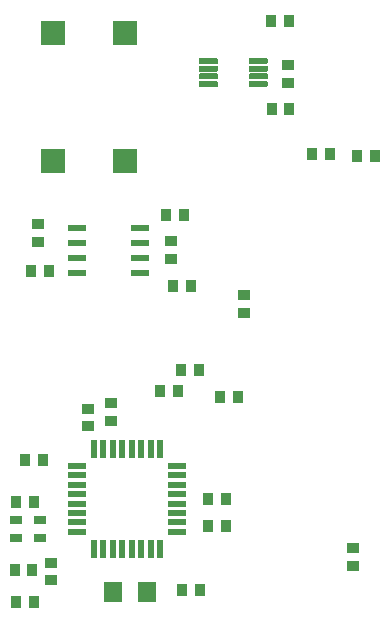
<source format=gtp>
G04 #@! TF.GenerationSoftware,KiCad,Pcbnew,5.1.5-52549c5~86~ubuntu18.04.1*
G04 #@! TF.CreationDate,2020-12-07T21:32:19-08:00*
G04 #@! TF.ProjectId,heat2sound_rx_rev04,68656174-3273-46f7-956e-645f72785f72,rev?*
G04 #@! TF.SameCoordinates,Original*
G04 #@! TF.FileFunction,Paste,Top*
G04 #@! TF.FilePolarity,Positive*
%FSLAX46Y46*%
G04 Gerber Fmt 4.6, Leading zero omitted, Abs format (unit mm)*
G04 Created by KiCad (PCBNEW 5.1.5-52549c5~86~ubuntu18.04.1) date 2020-12-07 21:32:19*
%MOMM*%
%LPD*%
G04 APERTURE LIST*
%ADD10C,0.100000*%
%ADD11R,0.900000X1.000000*%
%ADD12R,0.899160X1.000760*%
%ADD13R,1.000000X0.900000*%
%ADD14R,1.000760X0.899160*%
%ADD15R,1.550000X0.600000*%
%ADD16R,1.597660X1.800860*%
%ADD17R,1.998980X1.998980*%
%ADD18R,1.600000X0.550000*%
%ADD19R,0.550000X1.600000*%
%ADD20R,1.000000X0.800000*%
G04 APERTURE END LIST*
D10*
G36*
X170147252Y-105425602D02*
G01*
X170159386Y-105427402D01*
X170171286Y-105430382D01*
X170182835Y-105434515D01*
X170193925Y-105439760D01*
X170204446Y-105446066D01*
X170214299Y-105453374D01*
X170223388Y-105461612D01*
X170231626Y-105470701D01*
X170238934Y-105480554D01*
X170245240Y-105491075D01*
X170250485Y-105502165D01*
X170254618Y-105513714D01*
X170257598Y-105525614D01*
X170259398Y-105537748D01*
X170260000Y-105550000D01*
X170260000Y-105800000D01*
X170259398Y-105812252D01*
X170257598Y-105824386D01*
X170254618Y-105836286D01*
X170250485Y-105847835D01*
X170245240Y-105858925D01*
X170238934Y-105869446D01*
X170231626Y-105879299D01*
X170223388Y-105888388D01*
X170214299Y-105896626D01*
X170204446Y-105903934D01*
X170193925Y-105910240D01*
X170182835Y-105915485D01*
X170171286Y-105919618D01*
X170159386Y-105922598D01*
X170147252Y-105924398D01*
X170135000Y-105925000D01*
X168760000Y-105925000D01*
X168747748Y-105924398D01*
X168735614Y-105922598D01*
X168723714Y-105919618D01*
X168712165Y-105915485D01*
X168701075Y-105910240D01*
X168690554Y-105903934D01*
X168680701Y-105896626D01*
X168671612Y-105888388D01*
X168663374Y-105879299D01*
X168656066Y-105869446D01*
X168649760Y-105858925D01*
X168644515Y-105847835D01*
X168640382Y-105836286D01*
X168637402Y-105824386D01*
X168635602Y-105812252D01*
X168635000Y-105800000D01*
X168635000Y-105550000D01*
X168635602Y-105537748D01*
X168637402Y-105525614D01*
X168640382Y-105513714D01*
X168644515Y-105502165D01*
X168649760Y-105491075D01*
X168656066Y-105480554D01*
X168663374Y-105470701D01*
X168671612Y-105461612D01*
X168680701Y-105453374D01*
X168690554Y-105446066D01*
X168701075Y-105439760D01*
X168712165Y-105434515D01*
X168723714Y-105430382D01*
X168735614Y-105427402D01*
X168747748Y-105425602D01*
X168760000Y-105425000D01*
X170135000Y-105425000D01*
X170147252Y-105425602D01*
G37*
G36*
X170147252Y-106075602D02*
G01*
X170159386Y-106077402D01*
X170171286Y-106080382D01*
X170182835Y-106084515D01*
X170193925Y-106089760D01*
X170204446Y-106096066D01*
X170214299Y-106103374D01*
X170223388Y-106111612D01*
X170231626Y-106120701D01*
X170238934Y-106130554D01*
X170245240Y-106141075D01*
X170250485Y-106152165D01*
X170254618Y-106163714D01*
X170257598Y-106175614D01*
X170259398Y-106187748D01*
X170260000Y-106200000D01*
X170260000Y-106450000D01*
X170259398Y-106462252D01*
X170257598Y-106474386D01*
X170254618Y-106486286D01*
X170250485Y-106497835D01*
X170245240Y-106508925D01*
X170238934Y-106519446D01*
X170231626Y-106529299D01*
X170223388Y-106538388D01*
X170214299Y-106546626D01*
X170204446Y-106553934D01*
X170193925Y-106560240D01*
X170182835Y-106565485D01*
X170171286Y-106569618D01*
X170159386Y-106572598D01*
X170147252Y-106574398D01*
X170135000Y-106575000D01*
X168760000Y-106575000D01*
X168747748Y-106574398D01*
X168735614Y-106572598D01*
X168723714Y-106569618D01*
X168712165Y-106565485D01*
X168701075Y-106560240D01*
X168690554Y-106553934D01*
X168680701Y-106546626D01*
X168671612Y-106538388D01*
X168663374Y-106529299D01*
X168656066Y-106519446D01*
X168649760Y-106508925D01*
X168644515Y-106497835D01*
X168640382Y-106486286D01*
X168637402Y-106474386D01*
X168635602Y-106462252D01*
X168635000Y-106450000D01*
X168635000Y-106200000D01*
X168635602Y-106187748D01*
X168637402Y-106175614D01*
X168640382Y-106163714D01*
X168644515Y-106152165D01*
X168649760Y-106141075D01*
X168656066Y-106130554D01*
X168663374Y-106120701D01*
X168671612Y-106111612D01*
X168680701Y-106103374D01*
X168690554Y-106096066D01*
X168701075Y-106089760D01*
X168712165Y-106084515D01*
X168723714Y-106080382D01*
X168735614Y-106077402D01*
X168747748Y-106075602D01*
X168760000Y-106075000D01*
X170135000Y-106075000D01*
X170147252Y-106075602D01*
G37*
G36*
X170147252Y-106725602D02*
G01*
X170159386Y-106727402D01*
X170171286Y-106730382D01*
X170182835Y-106734515D01*
X170193925Y-106739760D01*
X170204446Y-106746066D01*
X170214299Y-106753374D01*
X170223388Y-106761612D01*
X170231626Y-106770701D01*
X170238934Y-106780554D01*
X170245240Y-106791075D01*
X170250485Y-106802165D01*
X170254618Y-106813714D01*
X170257598Y-106825614D01*
X170259398Y-106837748D01*
X170260000Y-106850000D01*
X170260000Y-107100000D01*
X170259398Y-107112252D01*
X170257598Y-107124386D01*
X170254618Y-107136286D01*
X170250485Y-107147835D01*
X170245240Y-107158925D01*
X170238934Y-107169446D01*
X170231626Y-107179299D01*
X170223388Y-107188388D01*
X170214299Y-107196626D01*
X170204446Y-107203934D01*
X170193925Y-107210240D01*
X170182835Y-107215485D01*
X170171286Y-107219618D01*
X170159386Y-107222598D01*
X170147252Y-107224398D01*
X170135000Y-107225000D01*
X168760000Y-107225000D01*
X168747748Y-107224398D01*
X168735614Y-107222598D01*
X168723714Y-107219618D01*
X168712165Y-107215485D01*
X168701075Y-107210240D01*
X168690554Y-107203934D01*
X168680701Y-107196626D01*
X168671612Y-107188388D01*
X168663374Y-107179299D01*
X168656066Y-107169446D01*
X168649760Y-107158925D01*
X168644515Y-107147835D01*
X168640382Y-107136286D01*
X168637402Y-107124386D01*
X168635602Y-107112252D01*
X168635000Y-107100000D01*
X168635000Y-106850000D01*
X168635602Y-106837748D01*
X168637402Y-106825614D01*
X168640382Y-106813714D01*
X168644515Y-106802165D01*
X168649760Y-106791075D01*
X168656066Y-106780554D01*
X168663374Y-106770701D01*
X168671612Y-106761612D01*
X168680701Y-106753374D01*
X168690554Y-106746066D01*
X168701075Y-106739760D01*
X168712165Y-106734515D01*
X168723714Y-106730382D01*
X168735614Y-106727402D01*
X168747748Y-106725602D01*
X168760000Y-106725000D01*
X170135000Y-106725000D01*
X170147252Y-106725602D01*
G37*
G36*
X170147252Y-107375602D02*
G01*
X170159386Y-107377402D01*
X170171286Y-107380382D01*
X170182835Y-107384515D01*
X170193925Y-107389760D01*
X170204446Y-107396066D01*
X170214299Y-107403374D01*
X170223388Y-107411612D01*
X170231626Y-107420701D01*
X170238934Y-107430554D01*
X170245240Y-107441075D01*
X170250485Y-107452165D01*
X170254618Y-107463714D01*
X170257598Y-107475614D01*
X170259398Y-107487748D01*
X170260000Y-107500000D01*
X170260000Y-107750000D01*
X170259398Y-107762252D01*
X170257598Y-107774386D01*
X170254618Y-107786286D01*
X170250485Y-107797835D01*
X170245240Y-107808925D01*
X170238934Y-107819446D01*
X170231626Y-107829299D01*
X170223388Y-107838388D01*
X170214299Y-107846626D01*
X170204446Y-107853934D01*
X170193925Y-107860240D01*
X170182835Y-107865485D01*
X170171286Y-107869618D01*
X170159386Y-107872598D01*
X170147252Y-107874398D01*
X170135000Y-107875000D01*
X168760000Y-107875000D01*
X168747748Y-107874398D01*
X168735614Y-107872598D01*
X168723714Y-107869618D01*
X168712165Y-107865485D01*
X168701075Y-107860240D01*
X168690554Y-107853934D01*
X168680701Y-107846626D01*
X168671612Y-107838388D01*
X168663374Y-107829299D01*
X168656066Y-107819446D01*
X168649760Y-107808925D01*
X168644515Y-107797835D01*
X168640382Y-107786286D01*
X168637402Y-107774386D01*
X168635602Y-107762252D01*
X168635000Y-107750000D01*
X168635000Y-107500000D01*
X168635602Y-107487748D01*
X168637402Y-107475614D01*
X168640382Y-107463714D01*
X168644515Y-107452165D01*
X168649760Y-107441075D01*
X168656066Y-107430554D01*
X168663374Y-107420701D01*
X168671612Y-107411612D01*
X168680701Y-107403374D01*
X168690554Y-107396066D01*
X168701075Y-107389760D01*
X168712165Y-107384515D01*
X168723714Y-107380382D01*
X168735614Y-107377402D01*
X168747748Y-107375602D01*
X168760000Y-107375000D01*
X170135000Y-107375000D01*
X170147252Y-107375602D01*
G37*
G36*
X174372252Y-107375602D02*
G01*
X174384386Y-107377402D01*
X174396286Y-107380382D01*
X174407835Y-107384515D01*
X174418925Y-107389760D01*
X174429446Y-107396066D01*
X174439299Y-107403374D01*
X174448388Y-107411612D01*
X174456626Y-107420701D01*
X174463934Y-107430554D01*
X174470240Y-107441075D01*
X174475485Y-107452165D01*
X174479618Y-107463714D01*
X174482598Y-107475614D01*
X174484398Y-107487748D01*
X174485000Y-107500000D01*
X174485000Y-107750000D01*
X174484398Y-107762252D01*
X174482598Y-107774386D01*
X174479618Y-107786286D01*
X174475485Y-107797835D01*
X174470240Y-107808925D01*
X174463934Y-107819446D01*
X174456626Y-107829299D01*
X174448388Y-107838388D01*
X174439299Y-107846626D01*
X174429446Y-107853934D01*
X174418925Y-107860240D01*
X174407835Y-107865485D01*
X174396286Y-107869618D01*
X174384386Y-107872598D01*
X174372252Y-107874398D01*
X174360000Y-107875000D01*
X172985000Y-107875000D01*
X172972748Y-107874398D01*
X172960614Y-107872598D01*
X172948714Y-107869618D01*
X172937165Y-107865485D01*
X172926075Y-107860240D01*
X172915554Y-107853934D01*
X172905701Y-107846626D01*
X172896612Y-107838388D01*
X172888374Y-107829299D01*
X172881066Y-107819446D01*
X172874760Y-107808925D01*
X172869515Y-107797835D01*
X172865382Y-107786286D01*
X172862402Y-107774386D01*
X172860602Y-107762252D01*
X172860000Y-107750000D01*
X172860000Y-107500000D01*
X172860602Y-107487748D01*
X172862402Y-107475614D01*
X172865382Y-107463714D01*
X172869515Y-107452165D01*
X172874760Y-107441075D01*
X172881066Y-107430554D01*
X172888374Y-107420701D01*
X172896612Y-107411612D01*
X172905701Y-107403374D01*
X172915554Y-107396066D01*
X172926075Y-107389760D01*
X172937165Y-107384515D01*
X172948714Y-107380382D01*
X172960614Y-107377402D01*
X172972748Y-107375602D01*
X172985000Y-107375000D01*
X174360000Y-107375000D01*
X174372252Y-107375602D01*
G37*
G36*
X174372252Y-106725602D02*
G01*
X174384386Y-106727402D01*
X174396286Y-106730382D01*
X174407835Y-106734515D01*
X174418925Y-106739760D01*
X174429446Y-106746066D01*
X174439299Y-106753374D01*
X174448388Y-106761612D01*
X174456626Y-106770701D01*
X174463934Y-106780554D01*
X174470240Y-106791075D01*
X174475485Y-106802165D01*
X174479618Y-106813714D01*
X174482598Y-106825614D01*
X174484398Y-106837748D01*
X174485000Y-106850000D01*
X174485000Y-107100000D01*
X174484398Y-107112252D01*
X174482598Y-107124386D01*
X174479618Y-107136286D01*
X174475485Y-107147835D01*
X174470240Y-107158925D01*
X174463934Y-107169446D01*
X174456626Y-107179299D01*
X174448388Y-107188388D01*
X174439299Y-107196626D01*
X174429446Y-107203934D01*
X174418925Y-107210240D01*
X174407835Y-107215485D01*
X174396286Y-107219618D01*
X174384386Y-107222598D01*
X174372252Y-107224398D01*
X174360000Y-107225000D01*
X172985000Y-107225000D01*
X172972748Y-107224398D01*
X172960614Y-107222598D01*
X172948714Y-107219618D01*
X172937165Y-107215485D01*
X172926075Y-107210240D01*
X172915554Y-107203934D01*
X172905701Y-107196626D01*
X172896612Y-107188388D01*
X172888374Y-107179299D01*
X172881066Y-107169446D01*
X172874760Y-107158925D01*
X172869515Y-107147835D01*
X172865382Y-107136286D01*
X172862402Y-107124386D01*
X172860602Y-107112252D01*
X172860000Y-107100000D01*
X172860000Y-106850000D01*
X172860602Y-106837748D01*
X172862402Y-106825614D01*
X172865382Y-106813714D01*
X172869515Y-106802165D01*
X172874760Y-106791075D01*
X172881066Y-106780554D01*
X172888374Y-106770701D01*
X172896612Y-106761612D01*
X172905701Y-106753374D01*
X172915554Y-106746066D01*
X172926075Y-106739760D01*
X172937165Y-106734515D01*
X172948714Y-106730382D01*
X172960614Y-106727402D01*
X172972748Y-106725602D01*
X172985000Y-106725000D01*
X174360000Y-106725000D01*
X174372252Y-106725602D01*
G37*
G36*
X174372252Y-106075602D02*
G01*
X174384386Y-106077402D01*
X174396286Y-106080382D01*
X174407835Y-106084515D01*
X174418925Y-106089760D01*
X174429446Y-106096066D01*
X174439299Y-106103374D01*
X174448388Y-106111612D01*
X174456626Y-106120701D01*
X174463934Y-106130554D01*
X174470240Y-106141075D01*
X174475485Y-106152165D01*
X174479618Y-106163714D01*
X174482598Y-106175614D01*
X174484398Y-106187748D01*
X174485000Y-106200000D01*
X174485000Y-106450000D01*
X174484398Y-106462252D01*
X174482598Y-106474386D01*
X174479618Y-106486286D01*
X174475485Y-106497835D01*
X174470240Y-106508925D01*
X174463934Y-106519446D01*
X174456626Y-106529299D01*
X174448388Y-106538388D01*
X174439299Y-106546626D01*
X174429446Y-106553934D01*
X174418925Y-106560240D01*
X174407835Y-106565485D01*
X174396286Y-106569618D01*
X174384386Y-106572598D01*
X174372252Y-106574398D01*
X174360000Y-106575000D01*
X172985000Y-106575000D01*
X172972748Y-106574398D01*
X172960614Y-106572598D01*
X172948714Y-106569618D01*
X172937165Y-106565485D01*
X172926075Y-106560240D01*
X172915554Y-106553934D01*
X172905701Y-106546626D01*
X172896612Y-106538388D01*
X172888374Y-106529299D01*
X172881066Y-106519446D01*
X172874760Y-106508925D01*
X172869515Y-106497835D01*
X172865382Y-106486286D01*
X172862402Y-106474386D01*
X172860602Y-106462252D01*
X172860000Y-106450000D01*
X172860000Y-106200000D01*
X172860602Y-106187748D01*
X172862402Y-106175614D01*
X172865382Y-106163714D01*
X172869515Y-106152165D01*
X172874760Y-106141075D01*
X172881066Y-106130554D01*
X172888374Y-106120701D01*
X172896612Y-106111612D01*
X172905701Y-106103374D01*
X172915554Y-106096066D01*
X172926075Y-106089760D01*
X172937165Y-106084515D01*
X172948714Y-106080382D01*
X172960614Y-106077402D01*
X172972748Y-106075602D01*
X172985000Y-106075000D01*
X174360000Y-106075000D01*
X174372252Y-106075602D01*
G37*
G36*
X174372252Y-105425602D02*
G01*
X174384386Y-105427402D01*
X174396286Y-105430382D01*
X174407835Y-105434515D01*
X174418925Y-105439760D01*
X174429446Y-105446066D01*
X174439299Y-105453374D01*
X174448388Y-105461612D01*
X174456626Y-105470701D01*
X174463934Y-105480554D01*
X174470240Y-105491075D01*
X174475485Y-105502165D01*
X174479618Y-105513714D01*
X174482598Y-105525614D01*
X174484398Y-105537748D01*
X174485000Y-105550000D01*
X174485000Y-105800000D01*
X174484398Y-105812252D01*
X174482598Y-105824386D01*
X174479618Y-105836286D01*
X174475485Y-105847835D01*
X174470240Y-105858925D01*
X174463934Y-105869446D01*
X174456626Y-105879299D01*
X174448388Y-105888388D01*
X174439299Y-105896626D01*
X174429446Y-105903934D01*
X174418925Y-105910240D01*
X174407835Y-105915485D01*
X174396286Y-105919618D01*
X174384386Y-105922598D01*
X174372252Y-105924398D01*
X174360000Y-105925000D01*
X172985000Y-105925000D01*
X172972748Y-105924398D01*
X172960614Y-105922598D01*
X172948714Y-105919618D01*
X172937165Y-105915485D01*
X172926075Y-105910240D01*
X172915554Y-105903934D01*
X172905701Y-105896626D01*
X172896612Y-105888388D01*
X172888374Y-105879299D01*
X172881066Y-105869446D01*
X172874760Y-105858925D01*
X172869515Y-105847835D01*
X172865382Y-105836286D01*
X172862402Y-105824386D01*
X172860602Y-105812252D01*
X172860000Y-105800000D01*
X172860000Y-105550000D01*
X172860602Y-105537748D01*
X172862402Y-105525614D01*
X172865382Y-105513714D01*
X172869515Y-105502165D01*
X172874760Y-105491075D01*
X172881066Y-105480554D01*
X172888374Y-105470701D01*
X172896612Y-105461612D01*
X172905701Y-105453374D01*
X172915554Y-105446066D01*
X172926075Y-105439760D01*
X172937165Y-105434515D01*
X172948714Y-105430382D01*
X172960614Y-105427402D01*
X172972748Y-105425602D01*
X172985000Y-105425000D01*
X174360000Y-105425000D01*
X174372252Y-105425602D01*
G37*
D11*
X165898160Y-118700000D03*
D12*
X167401840Y-118700000D03*
X166878000Y-133604000D03*
D11*
X165374320Y-133604000D03*
D13*
X176170000Y-107541840D03*
D14*
X176170000Y-106038160D03*
D12*
X182050000Y-113690000D03*
D11*
X183553680Y-113690000D03*
X178218160Y-113560000D03*
D12*
X179721840Y-113560000D03*
X176313680Y-109700000D03*
X174810000Y-109700000D03*
X174750000Y-102250000D03*
X176253680Y-102250000D03*
X155921840Y-123430000D03*
X154418160Y-123430000D03*
D14*
X155000000Y-121001840D03*
X155000000Y-119498160D03*
D12*
X168001840Y-124750000D03*
X166498160Y-124750000D03*
D14*
X166275000Y-120923160D03*
X166275000Y-122426840D03*
X172500000Y-127000000D03*
X172500000Y-125496320D03*
D12*
X168645840Y-131826000D03*
X167142160Y-131826000D03*
D15*
X158300000Y-119845000D03*
X158300000Y-121115000D03*
X158300000Y-122385000D03*
X158300000Y-123655000D03*
X163700000Y-123655000D03*
X163700000Y-122385000D03*
X163700000Y-121115000D03*
X163700000Y-119845000D03*
D12*
X155437840Y-139446000D03*
D11*
X153934160Y-139446000D03*
X154686000Y-143002000D03*
D12*
X153182320Y-143002000D03*
X170931840Y-145034000D03*
D11*
X169428160Y-145034000D03*
X169428160Y-142748000D03*
D12*
X170931840Y-142748000D03*
D11*
X153148160Y-151500000D03*
D12*
X154651840Y-151500000D03*
D14*
X156100000Y-148148160D03*
D13*
X156100000Y-149651840D03*
D16*
X161394140Y-150622000D03*
X164233860Y-150622000D03*
D17*
X156265880Y-103301800D03*
X162366960Y-103301800D03*
X156265880Y-114127280D03*
X162366960Y-114127280D03*
D14*
X181700000Y-146948160D03*
X181700000Y-148451840D03*
D12*
X153048160Y-148800000D03*
X154551840Y-148800000D03*
D14*
X161225000Y-136153680D03*
X161225000Y-134650000D03*
X159275000Y-135098160D03*
X159275000Y-136601840D03*
D12*
X167248160Y-150500000D03*
X168751840Y-150500000D03*
D18*
X158310000Y-139948000D03*
X158310000Y-140748000D03*
X158310000Y-141548000D03*
X158310000Y-142348000D03*
X158310000Y-143148000D03*
X158310000Y-143948000D03*
X158310000Y-144748000D03*
X158310000Y-145548000D03*
D19*
X159760000Y-146998000D03*
X160560000Y-146998000D03*
X161360000Y-146998000D03*
X162160000Y-146998000D03*
X162960000Y-146998000D03*
X163760000Y-146998000D03*
X164560000Y-146998000D03*
X165360000Y-146998000D03*
D18*
X166810000Y-145548000D03*
X166810000Y-144748000D03*
X166810000Y-143948000D03*
X166810000Y-143148000D03*
X166810000Y-142348000D03*
X166810000Y-141548000D03*
X166810000Y-140748000D03*
X166810000Y-139948000D03*
D19*
X165360000Y-138498000D03*
X164560000Y-138498000D03*
X163760000Y-138498000D03*
X162960000Y-138498000D03*
X162160000Y-138498000D03*
X161360000Y-138498000D03*
X160560000Y-138498000D03*
X159760000Y-138498000D03*
D20*
X155178000Y-144538000D03*
X153178000Y-144538000D03*
X155178000Y-146038000D03*
X153178000Y-146038000D03*
D12*
X170444160Y-134112000D03*
D11*
X171947840Y-134112000D03*
M02*

</source>
